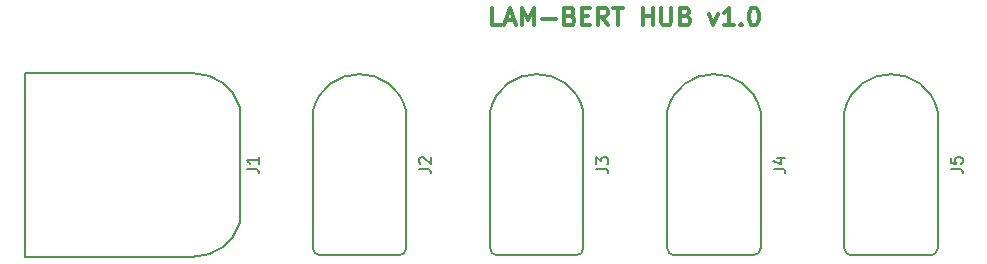
<source format=gbr>
G04 #@! TF.GenerationSoftware,KiCad,Pcbnew,5.0.2-bee76a0~70~ubuntu16.04.1*
G04 #@! TF.CreationDate,2019-11-03T01:58:48+01:00*
G04 #@! TF.ProjectId,hub,6875622e-6b69-4636-9164-5f7063625858,rev?*
G04 #@! TF.SameCoordinates,Original*
G04 #@! TF.FileFunction,Legend,Top*
G04 #@! TF.FilePolarity,Positive*
%FSLAX46Y46*%
G04 Gerber Fmt 4.6, Leading zero omitted, Abs format (unit mm)*
G04 Created by KiCad (PCBNEW 5.0.2-bee76a0~70~ubuntu16.04.1) date Sun 03 Nov 2019 01:58:48 AM CET*
%MOMM*%
%LPD*%
G01*
G04 APERTURE LIST*
%ADD10C,0.300000*%
%ADD11C,0.200000*%
%ADD12C,0.150000*%
G04 APERTURE END LIST*
D10*
X131964285Y-73178571D02*
X131250000Y-73178571D01*
X131250000Y-71678571D01*
X132392857Y-72750000D02*
X133107142Y-72750000D01*
X132250000Y-73178571D02*
X132750000Y-71678571D01*
X133250000Y-73178571D01*
X133750000Y-73178571D02*
X133750000Y-71678571D01*
X134250000Y-72750000D01*
X134750000Y-71678571D01*
X134750000Y-73178571D01*
X135464285Y-72607142D02*
X136607142Y-72607142D01*
X137821428Y-72392857D02*
X138035714Y-72464285D01*
X138107142Y-72535714D01*
X138178571Y-72678571D01*
X138178571Y-72892857D01*
X138107142Y-73035714D01*
X138035714Y-73107142D01*
X137892857Y-73178571D01*
X137321428Y-73178571D01*
X137321428Y-71678571D01*
X137821428Y-71678571D01*
X137964285Y-71750000D01*
X138035714Y-71821428D01*
X138107142Y-71964285D01*
X138107142Y-72107142D01*
X138035714Y-72250000D01*
X137964285Y-72321428D01*
X137821428Y-72392857D01*
X137321428Y-72392857D01*
X138821428Y-72392857D02*
X139321428Y-72392857D01*
X139535714Y-73178571D02*
X138821428Y-73178571D01*
X138821428Y-71678571D01*
X139535714Y-71678571D01*
X141035714Y-73178571D02*
X140535714Y-72464285D01*
X140178571Y-73178571D02*
X140178571Y-71678571D01*
X140750000Y-71678571D01*
X140892857Y-71750000D01*
X140964285Y-71821428D01*
X141035714Y-71964285D01*
X141035714Y-72178571D01*
X140964285Y-72321428D01*
X140892857Y-72392857D01*
X140750000Y-72464285D01*
X140178571Y-72464285D01*
X141464285Y-71678571D02*
X142321428Y-71678571D01*
X141892857Y-73178571D02*
X141892857Y-71678571D01*
X143964285Y-73178571D02*
X143964285Y-71678571D01*
X143964285Y-72392857D02*
X144821428Y-72392857D01*
X144821428Y-73178571D02*
X144821428Y-71678571D01*
X145535714Y-71678571D02*
X145535714Y-72892857D01*
X145607142Y-73035714D01*
X145678571Y-73107142D01*
X145821428Y-73178571D01*
X146107142Y-73178571D01*
X146250000Y-73107142D01*
X146321428Y-73035714D01*
X146392857Y-72892857D01*
X146392857Y-71678571D01*
X147607142Y-72392857D02*
X147821428Y-72464285D01*
X147892857Y-72535714D01*
X147964285Y-72678571D01*
X147964285Y-72892857D01*
X147892857Y-73035714D01*
X147821428Y-73107142D01*
X147678571Y-73178571D01*
X147107142Y-73178571D01*
X147107142Y-71678571D01*
X147607142Y-71678571D01*
X147750000Y-71750000D01*
X147821428Y-71821428D01*
X147892857Y-71964285D01*
X147892857Y-72107142D01*
X147821428Y-72250000D01*
X147750000Y-72321428D01*
X147607142Y-72392857D01*
X147107142Y-72392857D01*
X149607142Y-72178571D02*
X149964285Y-73178571D01*
X150321428Y-72178571D01*
X151678571Y-73178571D02*
X150821428Y-73178571D01*
X151250000Y-73178571D02*
X151250000Y-71678571D01*
X151107142Y-71892857D01*
X150964285Y-72035714D01*
X150821428Y-72107142D01*
X152321428Y-73035714D02*
X152392857Y-73107142D01*
X152321428Y-73178571D01*
X152250000Y-73107142D01*
X152321428Y-73035714D01*
X152321428Y-73178571D01*
X153321428Y-71678571D02*
X153464285Y-71678571D01*
X153607142Y-71750000D01*
X153678571Y-71821428D01*
X153750000Y-71964285D01*
X153821428Y-72250000D01*
X153821428Y-72607142D01*
X153750000Y-72892857D01*
X153678571Y-73035714D01*
X153607142Y-73107142D01*
X153464285Y-73178571D01*
X153321428Y-73178571D01*
X153178571Y-73107142D01*
X153107142Y-73035714D01*
X153035714Y-72892857D01*
X152964285Y-72607142D01*
X152964285Y-72250000D01*
X153035714Y-71964285D01*
X153107142Y-71821428D01*
X153178571Y-71750000D01*
X153321428Y-71678571D01*
D11*
G04 #@! TO.C,J2*
X123950000Y-80446595D02*
X123950000Y-92050000D01*
X116650000Y-92650000D02*
G75*
G02X116050000Y-92050000I0J600000D01*
G01*
X116050000Y-80446596D02*
G75*
G02X123950000Y-80446595I3950000J-915801D01*
G01*
X116050000Y-92050000D02*
X116050000Y-80446595D01*
X123950000Y-92050000D02*
G75*
G02X123350000Y-92650000I-600000J0D01*
G01*
X116650000Y-92650000D02*
X123350000Y-92650000D01*
G04 #@! TO.C,J3*
X138950000Y-80446595D02*
X138950000Y-92050000D01*
X131650000Y-92650000D02*
G75*
G02X131050000Y-92050000I0J600000D01*
G01*
X131050000Y-80446596D02*
G75*
G02X138950000Y-80446595I3950000J-915801D01*
G01*
X131050000Y-92050000D02*
X131050000Y-80446595D01*
X138950000Y-92050000D02*
G75*
G02X138350000Y-92650000I-600000J0D01*
G01*
X131650000Y-92650000D02*
X138350000Y-92650000D01*
G04 #@! TO.C,J4*
X153950000Y-80446595D02*
X153950000Y-92050000D01*
X146650000Y-92650000D02*
G75*
G02X146050000Y-92050000I0J600000D01*
G01*
X146050000Y-80446596D02*
G75*
G02X153950000Y-80446595I3950000J-915801D01*
G01*
X146050000Y-92050000D02*
X146050000Y-80446595D01*
X153950000Y-92050000D02*
G75*
G02X153350000Y-92650000I-600000J0D01*
G01*
X146650000Y-92650000D02*
X153350000Y-92650000D01*
G04 #@! TO.C,J5*
X168950000Y-80446595D02*
X168950000Y-92050000D01*
X161650000Y-92650000D02*
G75*
G02X161050000Y-92050000I0J600000D01*
G01*
X161050000Y-80446596D02*
G75*
G02X168950000Y-80446595I3950000J-915801D01*
G01*
X161050000Y-92050000D02*
X161050000Y-80446595D01*
X168950000Y-92050000D02*
G75*
G02X168350000Y-92650000I-600000J0D01*
G01*
X161650000Y-92650000D02*
X168350000Y-92650000D01*
G04 #@! TO.C,J1*
X106003600Y-77250000D02*
X91650010Y-77250000D01*
X109850010Y-85000000D02*
X109850010Y-89942354D01*
X91650010Y-92750000D02*
X91650010Y-85000000D01*
X109850010Y-85000000D02*
X109850010Y-80057646D01*
X106003600Y-77250000D02*
G75*
G02X109850010Y-80057646I0J-4038569D01*
G01*
X106003600Y-92750000D02*
X91650010Y-92750000D01*
X109850010Y-89942354D02*
G75*
G02X106003600Y-92750000I-3846410J1230923D01*
G01*
X91650010Y-77250000D02*
X91650010Y-85000000D01*
G04 #@! TO.C,J2*
D12*
X125052380Y-85333333D02*
X125766666Y-85333333D01*
X125909523Y-85380952D01*
X126004761Y-85476190D01*
X126052380Y-85619047D01*
X126052380Y-85714285D01*
X125147619Y-84904761D02*
X125100000Y-84857142D01*
X125052380Y-84761904D01*
X125052380Y-84523809D01*
X125100000Y-84428571D01*
X125147619Y-84380952D01*
X125242857Y-84333333D01*
X125338095Y-84333333D01*
X125480952Y-84380952D01*
X126052380Y-84952380D01*
X126052380Y-84333333D01*
G04 #@! TO.C,J3*
X140052380Y-85333333D02*
X140766666Y-85333333D01*
X140909523Y-85380952D01*
X141004761Y-85476190D01*
X141052380Y-85619047D01*
X141052380Y-85714285D01*
X140052380Y-84952380D02*
X140052380Y-84333333D01*
X140433333Y-84666666D01*
X140433333Y-84523809D01*
X140480952Y-84428571D01*
X140528571Y-84380952D01*
X140623809Y-84333333D01*
X140861904Y-84333333D01*
X140957142Y-84380952D01*
X141004761Y-84428571D01*
X141052380Y-84523809D01*
X141052380Y-84809523D01*
X141004761Y-84904761D01*
X140957142Y-84952380D01*
G04 #@! TO.C,J4*
X155052380Y-85333333D02*
X155766666Y-85333333D01*
X155909523Y-85380952D01*
X156004761Y-85476190D01*
X156052380Y-85619047D01*
X156052380Y-85714285D01*
X155385714Y-84428571D02*
X156052380Y-84428571D01*
X155004761Y-84666666D02*
X155719047Y-84904761D01*
X155719047Y-84285714D01*
G04 #@! TO.C,J5*
X170052380Y-85333333D02*
X170766666Y-85333333D01*
X170909523Y-85380952D01*
X171004761Y-85476190D01*
X171052380Y-85619047D01*
X171052380Y-85714285D01*
X170052380Y-84380952D02*
X170052380Y-84857142D01*
X170528571Y-84904761D01*
X170480952Y-84857142D01*
X170433333Y-84761904D01*
X170433333Y-84523809D01*
X170480952Y-84428571D01*
X170528571Y-84380952D01*
X170623809Y-84333333D01*
X170861904Y-84333333D01*
X170957142Y-84380952D01*
X171004761Y-84428571D01*
X171052380Y-84523809D01*
X171052380Y-84761904D01*
X171004761Y-84857142D01*
X170957142Y-84904761D01*
G04 #@! TO.C,J1*
X110452380Y-85333333D02*
X111166666Y-85333333D01*
X111309523Y-85380952D01*
X111404761Y-85476190D01*
X111452380Y-85619047D01*
X111452380Y-85714285D01*
X111452380Y-84333333D02*
X111452380Y-84904761D01*
X111452380Y-84619047D02*
X110452380Y-84619047D01*
X110595238Y-84714285D01*
X110690476Y-84809523D01*
X110738095Y-84904761D01*
G04 #@! TD*
M02*

</source>
